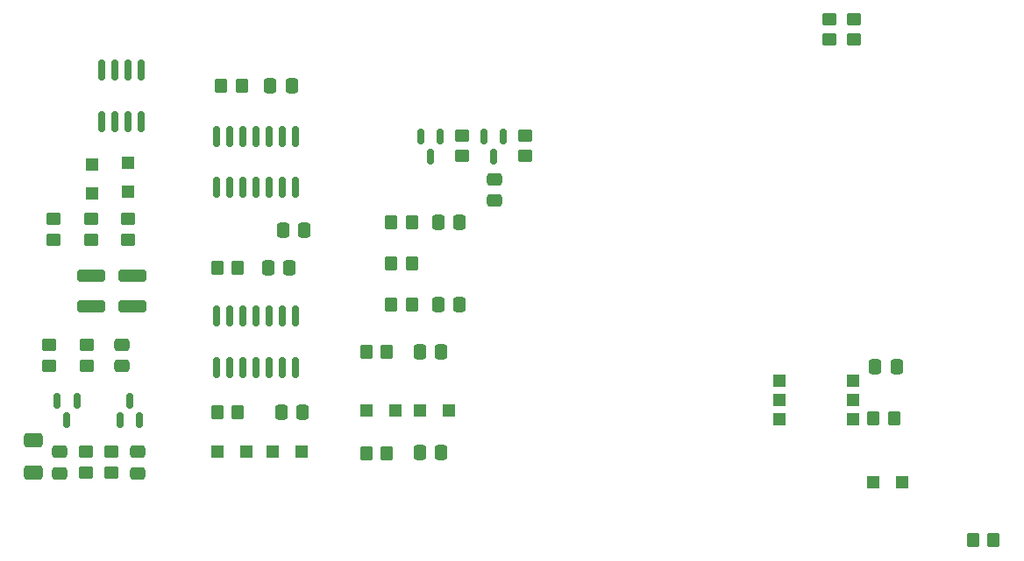
<source format=gbr>
%TF.GenerationSoftware,KiCad,Pcbnew,(6.0.7-1)-1*%
%TF.CreationDate,2022-11-01T15:55:19+01:00*%
%TF.ProjectId,ProbeBoardPublic,50726f62-6542-46f6-9172-645075626c69,Public 1.0*%
%TF.SameCoordinates,Original*%
%TF.FileFunction,Paste,Top*%
%TF.FilePolarity,Positive*%
%FSLAX46Y46*%
G04 Gerber Fmt 4.6, Leading zero omitted, Abs format (unit mm)*
G04 Created by KiCad (PCBNEW (6.0.7-1)-1) date 2022-11-01 15:55:19*
%MOMM*%
%LPD*%
G01*
G04 APERTURE LIST*
G04 Aperture macros list*
%AMRoundRect*
0 Rectangle with rounded corners*
0 $1 Rounding radius*
0 $2 $3 $4 $5 $6 $7 $8 $9 X,Y pos of 4 corners*
0 Add a 4 corners polygon primitive as box body*
4,1,4,$2,$3,$4,$5,$6,$7,$8,$9,$2,$3,0*
0 Add four circle primitives for the rounded corners*
1,1,$1+$1,$2,$3*
1,1,$1+$1,$4,$5*
1,1,$1+$1,$6,$7*
1,1,$1+$1,$8,$9*
0 Add four rect primitives between the rounded corners*
20,1,$1+$1,$2,$3,$4,$5,0*
20,1,$1+$1,$4,$5,$6,$7,0*
20,1,$1+$1,$6,$7,$8,$9,0*
20,1,$1+$1,$8,$9,$2,$3,0*%
G04 Aperture macros list end*
%ADD10RoundRect,0.250000X0.337500X0.475000X-0.337500X0.475000X-0.337500X-0.475000X0.337500X-0.475000X0*%
%ADD11RoundRect,0.150000X0.150000X-0.825000X0.150000X0.825000X-0.150000X0.825000X-0.150000X-0.825000X0*%
%ADD12RoundRect,0.250000X-0.350000X-0.450000X0.350000X-0.450000X0.350000X0.450000X-0.350000X0.450000X0*%
%ADD13RoundRect,0.150000X-0.150000X0.587500X-0.150000X-0.587500X0.150000X-0.587500X0.150000X0.587500X0*%
%ADD14RoundRect,0.250000X0.450000X-0.350000X0.450000X0.350000X-0.450000X0.350000X-0.450000X-0.350000X0*%
%ADD15RoundRect,0.250000X0.350000X0.450000X-0.350000X0.450000X-0.350000X-0.450000X0.350000X-0.450000X0*%
%ADD16RoundRect,0.250000X-0.337500X-0.475000X0.337500X-0.475000X0.337500X0.475000X-0.337500X0.475000X0*%
%ADD17RoundRect,0.250000X-0.450000X0.350000X-0.450000X-0.350000X0.450000X-0.350000X0.450000X0.350000X0*%
%ADD18RoundRect,0.150000X0.150000X-0.587500X0.150000X0.587500X-0.150000X0.587500X-0.150000X-0.587500X0*%
%ADD19R,1.270000X1.270000*%
%ADD20RoundRect,0.250000X-0.475000X0.337500X-0.475000X-0.337500X0.475000X-0.337500X0.475000X0.337500X0*%
%ADD21R,1.200000X1.200000*%
%ADD22RoundRect,0.250000X-1.100000X0.325000X-1.100000X-0.325000X1.100000X-0.325000X1.100000X0.325000X0*%
%ADD23RoundRect,0.250000X0.475000X-0.337500X0.475000X0.337500X-0.475000X0.337500X-0.475000X-0.337500X0*%
%ADD24RoundRect,0.250000X0.650000X-0.412500X0.650000X0.412500X-0.650000X0.412500X-0.650000X-0.412500X0*%
G04 APERTURE END LIST*
D10*
%TO.C,C60*%
X151637500Y-102800000D03*
X149562500Y-102800000D03*
%TD*%
D11*
%TO.C,U2*%
X128190000Y-91475000D03*
X129460000Y-91475000D03*
X130730000Y-91475000D03*
X132000000Y-91475000D03*
X133270000Y-91475000D03*
X134540000Y-91475000D03*
X135810000Y-91475000D03*
X135810000Y-86525000D03*
X134540000Y-86525000D03*
X133270000Y-86525000D03*
X132000000Y-86525000D03*
X130730000Y-86525000D03*
X129460000Y-86525000D03*
X128190000Y-86525000D03*
%TD*%
D12*
%TO.C,R27*%
X145000000Y-94800000D03*
X147000000Y-94800000D03*
%TD*%
D13*
%TO.C,Q1*%
X155883332Y-86562500D03*
X153983332Y-86562500D03*
X154933332Y-88437500D03*
%TD*%
D10*
%TO.C,C55*%
X149837500Y-107400000D03*
X147762500Y-107400000D03*
%TD*%
D14*
%TO.C,R22*%
X112400000Y-96500000D03*
X112400000Y-94500000D03*
%TD*%
D15*
%TO.C,R38*%
X144600000Y-107400000D03*
X142600000Y-107400000D03*
%TD*%
D16*
%TO.C,C71*%
X191762500Y-108800000D03*
X193837500Y-108800000D03*
%TD*%
%TO.C,C58*%
X133362500Y-81600000D03*
X135437500Y-81600000D03*
%TD*%
D13*
%TO.C,Q2*%
X149750000Y-86562500D03*
X147850000Y-86562500D03*
X148800000Y-88437500D03*
%TD*%
D17*
%TO.C,R5*%
X118000000Y-117032500D03*
X118000000Y-119032500D03*
%TD*%
D15*
%TO.C,R39*%
X130200000Y-113200000D03*
X128200000Y-113200000D03*
%TD*%
D18*
%TO.C,Q4*%
X118830000Y-113937500D03*
X120730000Y-113937500D03*
X119780000Y-112062500D03*
%TD*%
D19*
%TO.C,TR2*%
X182505000Y-110145000D03*
X182505000Y-112000000D03*
X182505000Y-113855000D03*
X189615000Y-113855000D03*
X189615000Y-112000000D03*
X189615000Y-110145000D03*
%TD*%
D20*
%TO.C,C1*%
X120500000Y-117025000D03*
X120500000Y-119100000D03*
%TD*%
D16*
%TO.C,C59*%
X133125000Y-99200000D03*
X135200000Y-99200000D03*
%TD*%
D17*
%TO.C,R10*%
X151866666Y-86430000D03*
X151866666Y-88430000D03*
%TD*%
D21*
%TO.C,CR3*%
X116100000Y-92000000D03*
X116100000Y-89200000D03*
%TD*%
%TO.C,CR5*%
X142645000Y-113050000D03*
X145445000Y-113050000D03*
%TD*%
D10*
%TO.C,C61*%
X136637500Y-95600000D03*
X134562500Y-95600000D03*
%TD*%
D15*
%TO.C,R56*%
X193600000Y-113800000D03*
X191600000Y-113800000D03*
%TD*%
D13*
%TO.C,Q5*%
X114670000Y-112062500D03*
X112770000Y-112062500D03*
X113720000Y-113937500D03*
%TD*%
D12*
%TO.C,R28*%
X145000000Y-98800000D03*
X147000000Y-98800000D03*
%TD*%
D20*
%TO.C,C2*%
X113000000Y-117025000D03*
X113000000Y-119100000D03*
%TD*%
D15*
%TO.C,R30*%
X130600000Y-81600000D03*
X128600000Y-81600000D03*
%TD*%
D17*
%TO.C,R1*%
X189735832Y-75170000D03*
X189735832Y-77170000D03*
%TD*%
D22*
%TO.C,C52*%
X120070000Y-100025000D03*
X120070000Y-102975000D03*
%TD*%
D17*
%TO.C,R24*%
X115600000Y-106700000D03*
X115600000Y-108700000D03*
%TD*%
D14*
%TO.C,R25*%
X116070000Y-96500000D03*
X116070000Y-94500000D03*
%TD*%
D17*
%TO.C,R2*%
X187301666Y-75170000D03*
X187301666Y-77170000D03*
%TD*%
D10*
%TO.C,C62*%
X136475000Y-113170000D03*
X134400000Y-113170000D03*
%TD*%
D21*
%TO.C,CR7*%
X128200000Y-117000000D03*
X131000000Y-117000000D03*
%TD*%
D11*
%TO.C,U3*%
X128190000Y-108875000D03*
X129460000Y-108875000D03*
X130730000Y-108875000D03*
X132000000Y-108875000D03*
X133270000Y-108875000D03*
X134540000Y-108875000D03*
X135810000Y-108875000D03*
X135810000Y-103925000D03*
X134540000Y-103925000D03*
X133270000Y-103925000D03*
X132000000Y-103925000D03*
X130730000Y-103925000D03*
X129460000Y-103925000D03*
X128190000Y-103925000D03*
%TD*%
D21*
%TO.C,D1*%
X194400000Y-120000000D03*
X191600000Y-120000000D03*
%TD*%
D23*
%TO.C,C7*%
X155000000Y-92737500D03*
X155000000Y-90662500D03*
%TD*%
D12*
%TO.C,R52*%
X201200000Y-125600000D03*
X203200000Y-125600000D03*
%TD*%
D10*
%TO.C,C53*%
X151637500Y-94800000D03*
X149562500Y-94800000D03*
%TD*%
D21*
%TO.C,CR13*%
X133600000Y-117000000D03*
X136400000Y-117000000D03*
%TD*%
%TO.C,CR4*%
X119600000Y-89100000D03*
X119600000Y-91900000D03*
%TD*%
%TO.C,CR6*%
X147770000Y-113050000D03*
X150570000Y-113050000D03*
%TD*%
D12*
%TO.C,R29*%
X145000000Y-102800000D03*
X147000000Y-102800000D03*
%TD*%
D11*
%TO.C,U1*%
X117095000Y-85075000D03*
X118365000Y-85075000D03*
X119635000Y-85075000D03*
X120905000Y-85075000D03*
X120905000Y-80125000D03*
X119635000Y-80125000D03*
X118365000Y-80125000D03*
X117095000Y-80125000D03*
%TD*%
D10*
%TO.C,C56*%
X149837500Y-117120000D03*
X147762500Y-117120000D03*
%TD*%
D23*
%TO.C,C54*%
X119000000Y-108737500D03*
X119000000Y-106662500D03*
%TD*%
D14*
%TO.C,R23*%
X112000000Y-108700000D03*
X112000000Y-106700000D03*
%TD*%
D22*
%TO.C,C51*%
X116070000Y-100025000D03*
X116070000Y-102975000D03*
%TD*%
D14*
%TO.C,R11*%
X158000000Y-88430000D03*
X158000000Y-86430000D03*
%TD*%
D15*
%TO.C,R41*%
X144600000Y-117150000D03*
X142600000Y-117150000D03*
%TD*%
D24*
%TO.C,F1*%
X110500000Y-119062500D03*
X110500000Y-115937500D03*
%TD*%
D17*
%TO.C,R6*%
X115500000Y-117032500D03*
X115500000Y-119032500D03*
%TD*%
D14*
%TO.C,R26*%
X119570000Y-96500000D03*
X119570000Y-94500000D03*
%TD*%
D15*
%TO.C,R31*%
X130200000Y-99200000D03*
X128200000Y-99200000D03*
%TD*%
M02*

</source>
